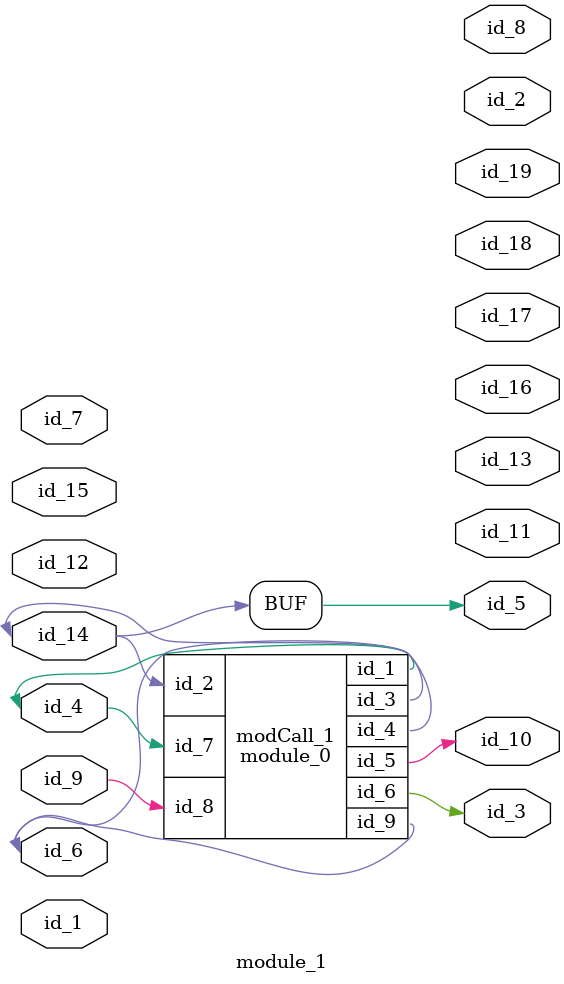
<source format=v>
module module_0 (
    id_1,
    id_2,
    id_3,
    id_4,
    id_5,
    id_6,
    id_7,
    id_8,
    id_9
);
  inout wire id_9;
  input wire id_8;
  input wire id_7;
  output wire id_6;
  output wire id_5;
  output wire id_4;
  inout wire id_3;
  input wire id_2;
  inout wire id_1;
  wire id_10 = id_2;
endmodule
module module_1 (
    id_1,
    id_2,
    id_3,
    id_4,
    id_5,
    id_6,
    id_7,
    id_8,
    id_9,
    id_10,
    id_11,
    id_12,
    id_13,
    id_14,
    id_15,
    id_16,
    id_17,
    id_18,
    id_19
);
  output wire id_19;
  output wire id_18;
  output wire id_17;
  output wire id_16;
  input wire id_15;
  inout wire id_14;
  output wire id_13;
  input wire id_12;
  output wire id_11;
  output wire id_10;
  module_0 modCall_1 (
      id_4,
      id_14,
      id_6,
      id_5,
      id_10,
      id_3,
      id_4,
      id_9,
      id_6
  );
  input wire id_9;
  output wire id_8;
  inout wire id_7;
  inout wire id_6;
  output wire id_5;
  inout wire id_4;
  output wire id_3;
  output wire id_2;
  input wire id_1;
  assign id_5 = id_14;
endmodule

</source>
